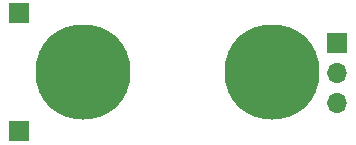
<source format=gbr>
%TF.GenerationSoftware,KiCad,Pcbnew,7.0.5*%
%TF.CreationDate,2024-02-16T16:10:37-06:00*%
%TF.ProjectId,GATE,47415445-2e6b-4696-9361-645f70636258,rev?*%
%TF.SameCoordinates,Original*%
%TF.FileFunction,Soldermask,Bot*%
%TF.FilePolarity,Negative*%
%FSLAX46Y46*%
G04 Gerber Fmt 4.6, Leading zero omitted, Abs format (unit mm)*
G04 Created by KiCad (PCBNEW 7.0.5) date 2024-02-16 16:10:37*
%MOMM*%
%LPD*%
G01*
G04 APERTURE LIST*
%ADD10R,1.700000X1.700000*%
%ADD11O,1.700000X1.700000*%
%ADD12C,8.050000*%
G04 APERTURE END LIST*
D10*
%TO.C,J1*%
X141500000Y-82500000D03*
%TD*%
%TO.C,J2*%
X141500000Y-92500000D03*
%TD*%
D11*
%TO.C,J3*%
X168500000Y-90080000D03*
X168500000Y-87540000D03*
D10*
X168500000Y-85000000D03*
%TD*%
D12*
%TO.C,J4*%
X147000000Y-87500000D03*
%TD*%
%TO.C,J5*%
X163000000Y-87500000D03*
%TD*%
M02*

</source>
